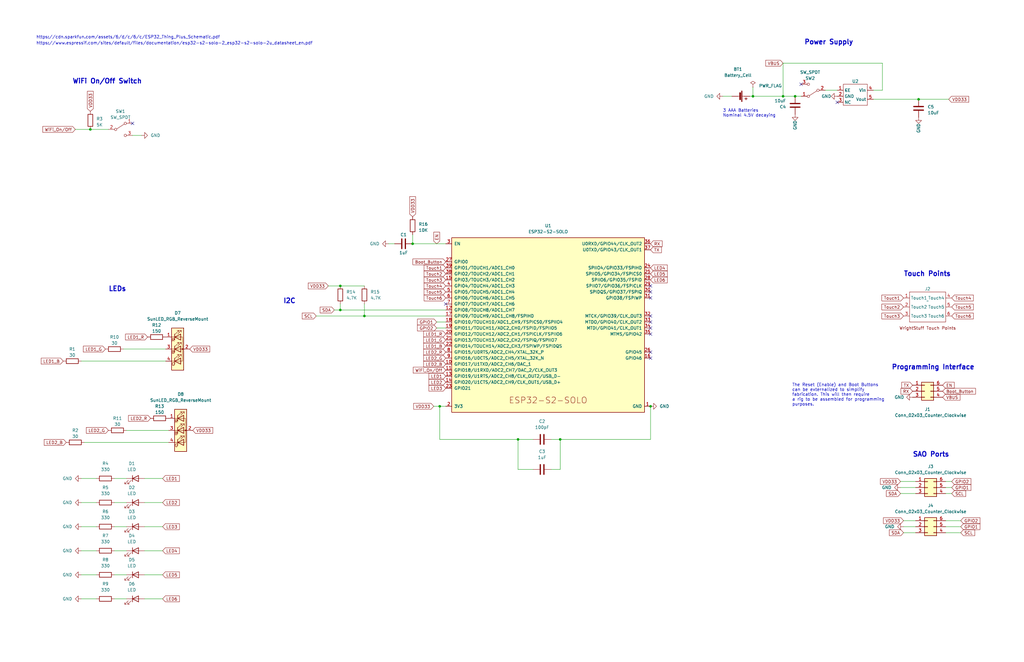
<source format=kicad_sch>
(kicad_sch (version 20230121) (generator eeschema)
  (paper "B")
  (title_block (title "Wright Stuff ") (date "2023-04-01") (rev "v01") (company "Aerospace Village") (comment 1 "2023 Badge for Aerospace Village @ Def Con") (comment 2 "Author: Dan Allen / cybertestpilot"))
  (lib_symbols
    (symbol "Connector_Generic:Conn_02x03_Counter_Clockwise" (pin_names (offset 1.016) hide)
      (property "Reference" "J" (at 1.27 5.08 0))
      (property "Value" "Conn_02x03_Counter_Clockwise" (at 1.27 -5.08 0))
      (symbol "Conn_02x03_Counter_Clockwise_1_1"
        (rectangle (start -1.27 -2.413) (end 0 -2.667) (stroke (width 0.1524)))
        (rectangle (start -1.27 0.127) (end 0 -0.127) (stroke (width 0.1524)))
        (rectangle (start -1.27 2.667) (end 0 2.413) (stroke (width 0.1524)))
        (rectangle (start -1.27 3.81) (end 3.81 -3.81) (stroke (width 0.254)) (fill (type background)))
        (rectangle (start 3.81 -2.413) (end 2.54 -2.667) (stroke (width 0.1524)))
        (rectangle (start 3.81 0.127) (end 2.54 -0.127) (stroke (width 0.1524)))
        (rectangle (start 3.81 2.667) (end 2.54 2.413) (stroke (width 0.1524)))
        (pin passive line (at -5.08 2.54 0) (length 3.81) (name "Pin_1") (number "1"))
        (pin passive line (at -5.08 0 0) (length 3.81) (name "Pin_2") (number "2"))
        (pin passive line (at -5.08 -2.54 0) (length 3.81) (name "Pin_3") (number "3"))
        (pin passive line (at 7.62 -2.54 180) (length 3.81) (name "Pin_4") (number "4"))
        (pin passive line (at 7.62 0 180) (length 3.81) (name "Pin_5") (number "5"))
        (pin passive line (at 7.62 2.54 180) (length 3.81) (name "Pin_6") (number "6"))
      )
    )
    (symbol "Device:Battery_Cell" (pin_numbers hide) (pin_names (offset 0) hide)
      (property "Reference" "BT" (at 2.54 2.54 0))
      (property "Value" "Battery_Cell" (at 2.54 0 0))
      (symbol "Battery_Cell_0_1"
        (rectangle (start -2.286 1.778) (end 2.286 1.524) (fill (type outline)))
        (rectangle (start -1.5748 1.1938) (end 1.4732 0.6858) (fill (type outline)))
        (polyline (pts (xy 0 0.762) (xy 0 0)))
        (polyline (pts (xy 0 1.778) (xy 0 2.54)))
        (polyline (pts (xy 0.508 3.429) (xy 1.524 3.429)) (stroke (width 0.254)))
        (polyline (pts (xy 1.016 3.937) (xy 1.016 2.921)) (stroke (width 0.254)))
      )
      (symbol "Battery_Cell_1_1"
        (pin passive line (at 0 5.08 270) (length 2.54) (name "+") (number "1"))
        (pin passive line (at 0 -2.54 90) (length 2.54) (name "-") (number "2"))
      )
    )
    (symbol "Device:C" (pin_numbers hide) (pin_names (offset 0.254))
      (property "Reference" "C" (at 0.635 2.54 0))
      (property "Value" "C" (at 0.635 -2.54 0))
      (symbol "C_0_1"
        (polyline (pts (xy -2.032 -0.762) (xy 2.032 -0.762)) (stroke (width 0.508)))
        (polyline (pts (xy -2.032 0.762) (xy 2.032 0.762)) (stroke (width 0.508)))
      )
      (symbol "C_1_1"
        (pin passive line (at 0 3.81 270) (length 2.794) (name "~") (number "1"))
        (pin passive line (at 0 -3.81 90) (length 2.794) (name "~") (number "2"))
      )
    )
    (symbol "Device:LED" (pin_numbers hide) (pin_names (offset 1.016) hide)
      (property "Reference" "D" (at 0 2.54 0))
      (property "Value" "LED" (at 0 -2.54 0))
      (symbol "LED_0_1"
        (polyline (pts (xy -1.27 -1.27) (xy -1.27 1.27)) (stroke (width 0.254)))
        (polyline (pts (xy -1.27 0) (xy 1.27 0)))
        (polyline (pts (xy 1.27 -1.27) (xy 1.27 1.27) (xy -1.27 0) (xy 1.27 -1.27)) (stroke (width 0.254)))
        (polyline (pts (xy -3.048 -0.762) (xy -4.572 -2.286) (xy -3.81 -2.286) (xy -4.572 -2.286) (xy -4.572 -1.524)))
        (polyline (pts (xy -1.778 -0.762) (xy -3.302 -2.286) (xy -2.54 -2.286) (xy -3.302 -2.286) (xy -3.302 -1.524)))
      )
      (symbol "LED_1_1"
        (pin passive line (at -3.81 0 0) (length 2.54) (name "K") (number "1"))
        (pin passive line (at 3.81 0 180) (length 2.54) (name "A") (number "2"))
      )
    )
    (symbol "Device:R" (pin_numbers hide) (pin_names (offset 0))
      (property "Reference" "R" (at 2.032 0 90))
      (property "Value" "R" (at 0 0 90))
      (symbol "R_0_1"
        (rectangle (start -1.016 -2.54) (end 1.016 2.54) (stroke (width 0.254)))
      )
      (symbol "R_1_1"
        (pin passive line (at 0 3.81 270) (length 1.27) (name "~") (number "1"))
        (pin passive line (at 0 -3.81 90) (length 1.27) (name "~") (number "2"))
      )
    )
    (symbol "Espressif:ESP32-S2-SOLO" (pin_names (offset 1.016))
      (property "Reference" "U" (at -40.64 45.72 0))
      (property "Value" "ESP32-S2-SOLO" (at -40.64 43.18 0))
      (symbol "ESP32-S2-SOLO_0_1"
        (rectangle (start -40.64 40.64) (end 40.64 -33.02) (stroke (width 0.254)) (fill (type background)))
      )
      (symbol "ESP32-S2-SOLO_1_1"
        (text "ESP32-S2-SOLO" (at 0 -27.94 0) (effects (font (size 2.54 2.54))))
        (pin power_in line (at 43.18 -30.48 180) (length 2.54) (name "GND") (number "1"))
        (pin bidirectional line (at -43.18 -12.7 0) (length 2.54) (name "GPIO17/U1TXD/ADC2_CH6/DAC_1") (number "10"))
        (pin bidirectional line (at -43.18 -15.24 0) (length 2.54) (name "GPIO18/U1RXD/ADC2_CH7/DAC_2/CLK_OUT3") (number "11"))
        (pin bidirectional line (at -43.18 10.16 0) (length 2.54) (name "GPIO8/TOUCH8/ADC1_CH7") (number "12"))
        (pin bidirectional line (at -43.18 -17.78 0) (length 2.54) (name "GPIO19/U1RTS/ADC2_CH8/CLK_OUT2/USB_D-") (number "13"))
        (pin bidirectional line (at -43.18 -20.32 0) (length 2.54) (name "GPIO20/U1CTS/ADC2_CH9/CLK_OUT1/USB_D+") (number "14"))
        (pin bidirectional line (at -43.18 22.86 0) (length 2.54) (name "GPIO3/TOUCH3/ADC1_CH2") (number "15"))
        (pin input line (at 43.18 -10.16 180) (length 2.54) (name "GPIO46") (number "16"))
        (pin bidirectional line (at -43.18 7.62 0) (length 2.54) (name "GPIO9/TOUCH9/ADC1_CH8/FSPIHD") (number "17"))
        (pin bidirectional line (at -43.18 5.08 0) (length 2.54) (name "GPIO10/TOUCH10/ADC1_CH9/FSPICS0/FSPIIO4") (number "18"))
        (pin bidirectional line (at -43.18 2.54 0) (length 2.54) (name "GPIO11/TOUCH11/ADC2_CH0/FSPID/FSPIIO5") (number "19"))
        (pin power_in line (at -43.18 -30.48 0) (length 2.54) (name "3V3") (number "2"))
        (pin bidirectional line (at -43.18 0 0) (length 2.54) (name "GPIO12/TOUCH12/ADC2_CH1/FSPICLK/FSPIIO6") (number "20"))
        (pin bidirectional line (at -43.18 -2.54 0) (length 2.54) (name "GPIO13/TOUCH13/ADC2_CH2/FSPIQ/FSPIIO7") (number "21"))
        (pin bidirectional line (at -43.18 -5.08 0) (length 2.54) (name "GPIO14/TOUCH14/ADC2_CH3/FSPIWP/FSPIDQS") (number "22"))
        (pin bidirectional line (at -43.18 -22.86 0) (length 2.54) (name "GPIO21") (number "23"))
        (pin bidirectional line (at 43.18 27.94 180) (length 2.54) (name "SPIIO4/GPIO33/FSPIHD") (number "24"))
        (pin bidirectional line (at 43.18 25.4 180) (length 2.54) (name "SPIIO5/GPIO34/FSPICS0") (number "25"))
        (pin bidirectional line (at 43.18 -7.62 180) (length 2.54) (name "GPIO45") (number "26"))
        (pin bidirectional line (at -43.18 30.48 0) (length 2.54) (name "GPIO0") (number "27"))
        (pin bidirectional line (at 43.18 22.86 180) (length 2.54) (name "SPIIO6/GPIO35/FSPID") (number "28"))
        (pin bidirectional line (at 43.18 20.32 180) (length 2.54) (name "SPIIO7/GPIO36/FSPICLK") (number "29"))
        (pin bidirectional line (at -43.18 38.1 0) (length 2.54) (name "EN") (number "3"))
        (pin bidirectional line (at 43.18 17.78 180) (length 2.54) (name "SPIDQS/GPIO37/FSPIQ") (number "30"))
        (pin bidirectional line (at 43.18 15.24 180) (length 2.54) (name "GPIO38/FSPIWP") (number "31"))
        (pin bidirectional line (at 43.18 7.62 180) (length 2.54) (name "MTCK/GPIO39/CLK_OUT3") (number "32"))
        (pin bidirectional line (at 43.18 5.08 180) (length 2.54) (name "MTDO/GPIO40/CLK_OUT2") (number "33"))
        (pin bidirectional line (at 43.18 2.54 180) (length 2.54) (name "MTDI/GPIO41/CLK_OUT1") (number "34"))
        (pin bidirectional line (at 43.18 0 180) (length 2.54) (name "MTMS/GPIO42") (number "35"))
        (pin bidirectional line (at 43.18 38.1 180) (length 2.54) (name "U0RXD/GPIO44/CLK_OUT2") (number "36"))
        (pin bidirectional line (at 43.18 35.56 180) (length 2.54) (name "U0TXD/GPIO43/CLK_OUT1") (number "37"))
        (pin bidirectional line (at -43.18 25.4 0) (length 2.54) (name "GPIO2/TOUCH2/ADC1_CH1") (number "38"))
        (pin bidirectional line (at -43.18 27.94 0) (length 2.54) (name "GPIO1/TOUCH1/ADC1_CH0") (number "39"))
        (pin bidirectional line (at -43.18 20.32 0) (length 2.54) (name "GPIO4/TOUCH4/ADC1_CH3") (number "4"))
        (pin passive line (at 43.18 -30.48 180) (length 2.54) hide (name "GND") (number "40"))
        (pin passive line (at 43.18 -30.48 180) (length 2.54) hide (name "GND") (number "41"))
        (pin bidirectional line (at -43.18 17.78 0) (length 2.54) (name "GPIO5/TOUCH5/ADC1_CH4") (number "5"))
        (pin bidirectional line (at -43.18 15.24 0) (length 2.54) (name "GPIO6/TOUCH6/ADC1_CH5") (number "6"))
        (pin bidirectional line (at -43.18 12.7 0) (length 2.54) (name "GPIO7/TOUCH7/ADC1_CH6") (number "7"))
        (pin bidirectional line (at -43.18 -7.62 0) (length 2.54) (name "GPIO15/U0RTS/ADC2_CH4/XTAL_32K_P") (number "8"))
        (pin bidirectional line (at -43.18 -10.16 0) (length 2.54) (name "GPIO16/U0CTS/ADC2_CH5/XTAL_32K_N") (number "9"))
      )
    )
    (symbol "LED:SunLED_RGB_ReverseMount" (pin_names (offset 0) hide)
      (property "Reference" "D" (at 0 10.16 0))
      (property "Value" "SunLED_RGB_ReverseMount" (at 0 -10.16 0))
      (symbol "SunLED_RGB_ReverseMount_0_0"
        (text "B" (at -1.905 -1.27 0) (effects (font (size 1.27 1.27))))
        (text "G" (at -1.905 -6.35 0) (effects (font (size 1.27 1.27))))
        (text "R" (at -1.905 3.81 0) (effects (font (size 1.27 1.27))))
      )
      (symbol "SunLED_RGB_ReverseMount_0_1"
        (rectangle (start -2.54 -8.89) (end 2.54 8.89) (stroke (width 0.254)) (fill (type background)))
        (polyline (pts (xy -2.54 -5.08) (xy 1.27 -5.08)))
        (polyline (pts (xy -1.27 -3.81) (xy -1.27 -6.35)) (stroke (width 0.254)))
        (polyline (pts (xy -1.27 1.27) (xy -1.27 -1.27)) (stroke (width 0.254)))
        (polyline (pts (xy -1.27 6.35) (xy -1.27 3.81)) (stroke (width 0.254)))
        (polyline (pts (xy 1.27 5.08) (xy -2.54 5.08)))
        (polyline (pts (xy 2.54 0) (xy -2.54 0)))
        (polyline (pts (xy 1.27 -5.08) (xy 2.032 -5.08) (xy 2.032 5.08) (xy 1.27 5.08)))
        (polyline (pts (xy 1.27 -3.81) (xy 1.27 -6.35) (xy -1.27 -5.08) (xy 1.27 -3.81)) (stroke (width 0.254)))
        (polyline (pts (xy 1.27 1.27) (xy 1.27 -1.27) (xy -1.27 0) (xy 1.27 1.27)) (stroke (width 0.254)))
        (polyline (pts (xy 1.27 6.35) (xy 1.27 3.81) (xy -1.27 5.08) (xy 1.27 6.35)) (stroke (width 0.254)))
        (polyline (pts (xy -1.016 -3.81) (xy 0.508 -2.286) (xy -0.254 -2.286) (xy 0.508 -2.286) (xy 0.508 -3.048)))
        (polyline (pts (xy -1.016 1.27) (xy 0.508 2.794) (xy -0.254 2.794) (xy 0.508 2.794) (xy 0.508 2.032)))
        (polyline (pts (xy -1.016 6.35) (xy 0.508 7.874) (xy -0.254 7.874) (xy 0.508 7.874) (xy 0.508 7.112)))
        (polyline (pts (xy 0 -3.81) (xy 1.524 -2.286) (xy 0.762 -2.286) (xy 1.524 -2.286) (xy 1.524 -3.048)))
        (polyline (pts (xy 0 1.27) (xy 1.524 2.794) (xy 0.762 2.794) (xy 1.524 2.794) (xy 1.524 2.032)))
        (polyline (pts (xy 0 6.35) (xy 1.524 7.874) (xy 0.762 7.874) (xy 1.524 7.874) (xy 1.524 7.112)))
        (rectangle (start 1.27 6.35) (end 1.27 6.35))
        (circle (center 2.032 0) (radius 0.254) (fill (type outline)))
      )
      (symbol "SunLED_RGB_ReverseMount_1_1"
        (pin input line (at -5.08 5.08 0) (length 2.54) (name "R") (number "1"))
        (pin power_in line (at 5.08 0 180) (length 2.54) (name "A") (number "2"))
        (pin input line (at -5.08 0 0) (length 2.54) (name "G") (number "3"))
        (pin input line (at -5.08 -5.08 0) (length 2.54) (name "B") (number "4"))
      )
    )
    (symbol "Switch:SW_SPDT" (pin_names (offset 0) hide)
      (property "Reference" "SW" (at 0 4.318 0))
      (property "Value" "SW_SPDT" (at 0 -5.08 0))
      (symbol "SW_SPDT_0_0"
        (circle (center -2.032 0) (radius 0.508))
        (circle (center 2.032 -2.54) (radius 0.508))
      )
      (symbol "SW_SPDT_0_1"
        (polyline (pts (xy -1.524 0.254) (xy 1.651 2.286)))
        (circle (center 2.032 2.54) (radius 0.508))
      )
      (symbol "SW_SPDT_1_1"
        (pin passive line (at 5.08 2.54 180) (length 2.54) (name "A") (number "1"))
        (pin passive line (at -5.08 0 0) (length 2.54) (name "B") (number "2"))
        (pin passive line (at 5.08 -2.54 180) (length 2.54) (name "C") (number "3"))
      )
    )
    (symbol "WrightStuff:WrightStuff"
      (property "Reference" "J" (at 0 5.08 0))
      (symbol "WrightStuff_0_1"
        (rectangle (start -7.62 3.81) (end 7.62 -8.89))
      )
      (symbol "WrightStuff_1_1"
        (text "WrightStuff Touch Points" (at 0 -11.43 0) (effects (font (size 1.27 1.27))))
        (pin passive line (at -10.16 1.27 0) (length 2.54) (name "Touch1") (number "1"))
        (pin passive line (at -10.16 -2.54 0) (length 2.54) (name "Touch2") (number "2"))
        (pin passive line (at -10.16 -6.35 0) (length 2.54) (name "Touch3") (number "3"))
        (pin passive line (at 10.16 1.27 180) (length 2.54) (name "Touch4") (number "4"))
        (pin passive line (at 10.16 -2.54 180) (length 2.54) (name "Touch5") (number "5"))
        (pin passive line (at 10.16 -6.35 180) (length 2.54) (name "Touch6") (number "6"))
      )
    )
    (symbol "av_Badge2023:R1170H331B-T1-FE"
      (property "Reference" "U" (at 0 7.62 0))
      (symbol "R1170H331B-T1-FE_0_1"
        (rectangle (start -5.08 5.08) (end 5.08 -3.81))
      )
      (symbol "R1170H331B-T1-FE_1_1"
        (pin input line (at -7.62 2.54 0) (length 2.54) (name "CE") (number "1"))
        (pin input line (at -7.62 0 0) (length 2.54) (name "GND") (number "2"))
        (pin input line (at -7.62 -2.54 0) (length 2.54) (name "NC") (number "3"))
        (pin input line (at 7.62 2.54 180) (length 2.54) (name "Vin") (number "4"))
        (pin input line (at 7.62 -1.27 180) (length 2.54) (name "Vout") (number "5"))
      )
    )
    (symbol "power:GND" (power) (pin_names (offset 0))
      (property "Value" "GND" (at 0 -3.81 0))
      (symbol "GND_0_1"
        (polyline (pts (xy 0 0) (xy 0 -1.27) (xy 1.27 -1.27) (xy 0 -2.54) (xy -1.27 -1.27) (xy 0 -1.27)))
      )
      (symbol "GND_1_1"
        (pin power_in line (at 0 0 270) (length 0) hide (name "GND") (number "1"))
      )
    )
    (symbol "power:PWR_FLAG" (power) (pin_numbers hide) (pin_names (offset 0) hide)
      (property "Value" "PWR_FLAG" (at 0 3.81 0))
      (symbol "PWR_FLAG_0_0"
        (pin power_out line (at 0 0 90) (length 0) (name "pwr") (number "1"))
      )
      (symbol "PWR_FLAG_0_1"
        (polyline (pts (xy 0 0) (xy 0 1.27) (xy -1.016 1.905) (xy 0 2.54) (xy 1.016 1.905) (xy 0 1.27)))
      )
    )
  )
  (junction (at 143.51 130.81))
  (junction (at 236.22 185.42))
  (junction (at 387.35 41.91))
  (junction (at 317.5 40.64))
  (junction (at 330.2 40.64))
  (junction (at 173.99 102.87))
  (junction (at 218.44 185.42))
  (junction (at 38.1 54.61))
  (junction (at 143.51 120.65))
  (junction (at 335.28 40.64))
  (junction (at 274.32 171.45))
  (junction (at 185.42 171.45))
  (junction (at 153.67 133.35))
  (no_connect (at 337.82 35.56))
  (no_connect (at 187.96 128.27))
  (no_connect (at 274.32 140.97))
  (no_connect (at 274.32 151.13))
  (no_connect (at 353.06 43.18))
  (no_connect (at 274.32 138.43))
  (no_connect (at 274.32 135.89))
  (no_connect (at 274.32 133.35))
  (no_connect (at 274.32 125.73))
  (no_connect (at 274.32 123.19))
  (no_connect (at 274.32 120.65))
  (no_connect (at 55.88 52.07))
  (no_connect (at 274.32 148.59))
  (wire (pts (xy 60.96 242.57) (xy 68.58 242.57)))
  (wire (pts (xy 398.78 208.28) (xy 401.32 208.28)))
  (wire (pts (xy 368.3 38.1) (xy 372.11 38.1)))
  (wire (pts (xy 153.67 133.35) (xy 187.96 133.35)))
  (wire (pts (xy 34.29 232.41) (xy 40.64 232.41)))
  (wire (pts (xy 133.35 133.35) (xy 153.67 133.35)))
  (wire (pts (xy 398.78 205.74) (xy 401.32 205.74)))
  (wire (pts (xy 34.29 242.57) (xy 40.64 242.57)))
  (wire (pts (xy 53.34 181.61) (xy 71.12 181.61)))
  (wire (pts (xy 34.29 252.73) (xy 40.64 252.73)))
  (wire (pts (xy 317.5 36.83) (xy 317.5 40.64)))
  (wire (pts (xy 163.83 102.87) (xy 166.37 102.87)))
  (wire (pts (xy 185.42 171.45) (xy 187.96 171.45)))
  (wire (pts (xy 48.26 201.93) (xy 53.34 201.93)))
  (wire (pts (xy 153.67 128.27) (xy 153.67 133.35)))
  (wire (pts (xy 379.73 203.2) (xy 386.08 203.2)))
  (wire (pts (xy 48.26 222.25) (xy 53.34 222.25)))
  (wire (pts (xy 34.29 201.93) (xy 40.64 201.93)))
  (wire (pts (xy 140.97 130.81) (xy 143.51 130.81)))
  (wire (pts (xy 372.11 26.67) (xy 372.11 38.1)))
  (wire (pts (xy 330.2 26.67) (xy 372.11 26.67)))
  (wire (pts (xy 184.15 138.43) (xy 187.96 138.43)))
  (wire (pts (xy 379.73 208.28) (xy 386.08 208.28)))
  (wire (pts (xy 330.2 40.64) (xy 335.28 40.64)))
  (wire (pts (xy 182.88 171.45) (xy 185.42 171.45)))
  (wire (pts (xy 274.32 185.42) (xy 274.32 171.45)))
  (wire (pts (xy 48.26 252.73) (xy 53.34 252.73)))
  (wire (pts (xy 34.29 152.4) (xy 69.85 152.4)))
  (wire (pts (xy 35.56 186.69) (xy 71.12 186.69)))
  (wire (pts (xy 218.44 198.12) (xy 218.44 185.42)))
  (wire (pts (xy 304.8 40.64) (xy 308.61 40.64)))
  (wire (pts (xy 185.42 185.42) (xy 218.44 185.42)))
  (wire (pts (xy 173.99 102.87) (xy 187.96 102.87)))
  (wire (pts (xy 60.96 201.93) (xy 68.58 201.93)))
  (wire (pts (xy 236.22 198.12) (xy 232.41 198.12)))
  (wire (pts (xy 379.73 205.74) (xy 386.08 205.74)))
  (wire (pts (xy 185.42 171.45) (xy 185.42 185.42)))
  (wire (pts (xy 368.3 41.91) (xy 387.35 41.91)))
  (wire (pts (xy 184.15 135.89) (xy 187.96 135.89)))
  (wire (pts (xy 398.78 203.2) (xy 401.32 203.2)))
  (wire (pts (xy 330.2 40.64) (xy 330.2 26.67)))
  (wire (pts (xy 316.23 40.64) (xy 317.5 40.64)))
  (wire (pts (xy 138.43 120.65) (xy 143.51 120.65)))
  (wire (pts (xy 60.96 222.25) (xy 68.58 222.25)))
  (wire (pts (xy 52.07 147.32) (xy 69.85 147.32)))
  (wire (pts (xy 398.78 222.25) (xy 405.13 222.25)))
  (wire (pts (xy 34.29 212.09) (xy 40.64 212.09)))
  (wire (pts (xy 381 219.71) (xy 386.08 219.71)))
  (wire (pts (xy 48.26 232.41) (xy 53.34 232.41)))
  (wire (pts (xy 143.51 120.65) (xy 153.67 120.65)))
  (wire (pts (xy 381 222.25) (xy 386.08 222.25)))
  (wire (pts (xy 55.88 57.15) (xy 59.69 57.15)))
  (wire (pts (xy 60.96 252.73) (xy 68.58 252.73)))
  (wire (pts (xy 236.22 185.42) (xy 236.22 198.12)))
  (wire (pts (xy 381 224.79) (xy 386.08 224.79)))
  (wire (pts (xy 347.98 38.1) (xy 353.06 38.1)))
  (wire (pts (xy 398.78 224.79) (xy 405.13 224.79)))
  (wire (pts (xy 60.96 232.41) (xy 68.58 232.41)))
  (wire (pts (xy 31.75 54.61) (xy 38.1 54.61)))
  (wire (pts (xy 173.99 99.06) (xy 173.99 102.87)))
  (wire (pts (xy 387.35 41.91) (xy 400.05 41.91)))
  (wire (pts (xy 60.96 212.09) (xy 68.58 212.09)))
  (wire (pts (xy 48.26 242.57) (xy 53.34 242.57)))
  (wire (pts (xy 398.78 219.71) (xy 405.13 219.71)))
  (wire (pts (xy 317.5 40.64) (xy 330.2 40.64)))
  (wire (pts (xy 337.82 40.64) (xy 335.28 40.64)))
  (wire (pts (xy 48.26 212.09) (xy 53.34 212.09)))
  (wire (pts (xy 143.51 128.27) (xy 143.51 130.81)))
  (wire (pts (xy 218.44 185.42) (xy 224.79 185.42)))
  (wire (pts (xy 232.41 185.42) (xy 236.22 185.42)))
  (wire (pts (xy 34.29 222.25) (xy 40.64 222.25)))
  (wire (pts (xy 236.22 185.42) (xy 274.32 185.42)))
  (wire (pts (xy 224.79 198.12) (xy 218.44 198.12)))
  (wire (pts (xy 38.1 54.61) (xy 45.72 54.61)))
  (wire (pts (xy 143.51 130.81) (xy 187.96 130.81)))
  (text "LEDs" (at 45.72 123.19 0) (effects (font (size 2 2) (thickness 0.4) bold) (justify left bottom)))
  (text "3 AAA Batteries\nNominal 4.5V decaying" (at 304.8 49.53 0) (effects (font (size 1.27 1.27)) (justify left bottom)))
  (text "WiFi On/Off Switch" (at 30.48 35.56 0) (effects (font (size 2 2) (thickness 0.4) bold) (justify left bottom)))
  (text "I2C" (at 119.38 128.27 0) (effects (font (size 2 2) bold) (justify left bottom)))
  (text "Touch Points" (at 381 116.84 0) (effects (font (size 2 2) (thickness 0.4) bold) (justify left bottom)))
  (text "https://www.espressif.com/sites/default/files/documentation/esp32-s2-solo-2_esp32-s2-solo-2u_datasheet_en.pdf" (at 15.24 19.05 0) (effects (font (size 1.27 1.27)) (justify left bottom)))
  (text "Programming Interface" (at 375.92 156.21 0) (effects (font (size 2 2) bold) (justify left bottom)))
  (text "https://cdn.sparkfun.com/assets/6/d/c/6/c/ESP32_Thing_Plus_Schematic.pdf" (at 15.24 16.51 0) (effects (font (size 1.27 1.27)) (justify left bottom)))
  (text "Power Supply" (at 339.09 19.05 0) (effects (font (size 2 2) (thickness 0.4) bold) (justify left bottom)))
  (text "SAO Ports" (at 384.81 193.04 0) (effects (font (size 2 2) (thickness 0.4) bold) (justify left bottom)))
  (text "The Reset (Enable) and Boot Buttons \ncan be externalized to simplify \nfabrication. This will then require\na rig to be assembled for programming\npurposes." (at 334.01 171.45 0) (effects (font (size 1.27 1.27)) (justify left bottom)))
  (global_label "VDD33" (shape input) (at 138.43 120.65 180) (property "Intersheetrefs" "${INTERSHEET_REFS}" (effects hide)))
  (global_label "LED1_R" (shape input) (at 62.23 142.24 180) (property "Intersheetrefs" "${INTERSHEET_REFS}" (effects hide)))
  (global_label "TX" (shape input) (at 384.81 162.56 180) (property "Intersheetrefs" "${INTERSHEET_REFS}" (effects hide)))
  (global_label "SCL" (shape input) (at 405.13 224.79 0) (property "Intersheetrefs" "${INTERSHEET_REFS}" (effects hide)))
  (global_label "SDA" (shape input) (at 379.73 208.28 180) (property "Intersheetrefs" "${INTERSHEET_REFS}" (effects hide)))
  (global_label "GPIO2" (shape input) (at 184.15 138.43 180) (property "Intersheetrefs" "${INTERSHEET_REFS}" (effects hide)))
  (global_label "VBUS" (shape input) (at 397.51 167.64 0) (property "Intersheetrefs" "${INTERSHEET_REFS}" (effects hide)))
  (global_label "Boot_Button" (shape input) (at 397.51 165.1 0) (property "Intersheetrefs" "${INTERSHEET_REFS}" (effects hide)))
  (global_label "LED1_R" (shape input) (at 187.96 140.97 180) (property "Intersheetrefs" "${INTERSHEET_REFS}" (effects hide)))
  (global_label "LED5" (shape input) (at 274.32 115.57 0) (property "Intersheetrefs" "${INTERSHEET_REFS}" (effects hide)))
  (global_label "LED6" (shape input) (at 274.32 118.11 0) (property "Intersheetrefs" "${INTERSHEET_REFS}" (effects hide)))
  (global_label "GPIO2" (shape input) (at 405.13 219.71 0) (property "Intersheetrefs" "${INTERSHEET_REFS}" (effects hide)))
  (global_label "LED2_B" (shape input) (at 187.96 153.67 180) (property "Intersheetrefs" "${INTERSHEET_REFS}" (effects hide)))
  (global_label "LED1_G" (shape input) (at 187.96 143.51 180) (property "Intersheetrefs" "${INTERSHEET_REFS}" (effects hide)))
  (global_label "Touch2" (shape input) (at 187.96 115.57 180) (property "Intersheetrefs" "${INTERSHEET_REFS}" (effects hide)))
  (global_label "Boot_Button" (shape input) (at 187.96 110.49 180) (property "Intersheetrefs" "${INTERSHEET_REFS}" (effects hide)))
  (global_label "LED4" (shape input) (at 274.32 113.03 0) (property "Intersheetrefs" "${INTERSHEET_REFS}" (effects hide)))
  (global_label "LED1_B" (shape input) (at 187.96 146.05 180) (property "Intersheetrefs" "${INTERSHEET_REFS}" (effects hide)))
  (global_label "VDD33" (shape input) (at 182.88 171.45 180) (property "Intersheetrefs" "${INTERSHEET_REFS}" (effects hide)))
  (global_label "VBUS" (shape input) (at 330.2 26.67 180) (property "Intersheetrefs" "${INTERSHEET_REFS}" (effects hide)))
  (global_label "GPIO2" (shape input) (at 401.32 203.2 0) (property "Intersheetrefs" "${INTERSHEET_REFS}" (effects hide)))
  (global_label "Touch6" (shape input) (at 187.96 125.73 180) (property "Intersheetrefs" "${INTERSHEET_REFS}" (effects hide)))
  (global_label "LED6" (shape input) (at 68.58 252.73 0) (property "Intersheetrefs" "${INTERSHEET_REFS}" (effects hide)))
  (global_label "Touch5" (shape input) (at 401.32 129.54 0) (property "Intersheetrefs" "${INTERSHEET_REFS}" (effects hide)))
  (global_label "VDD33" (shape input) (at 81.28 181.61 0) (property "Intersheetrefs" "${INTERSHEET_REFS}" (effects hide)))
  (global_label "Touch6" (shape input) (at 401.32 133.35 0) (property "Intersheetrefs" "${INTERSHEET_REFS}" (effects hide)))
  (global_label "Touch4" (shape input) (at 187.96 120.65 180) (property "Intersheetrefs" "${INTERSHEET_REFS}" (effects hide)))
  (global_label "LED2" (shape input) (at 68.58 212.09 0) (property "Intersheetrefs" "${INTERSHEET_REFS}" (effects hide)))
  (global_label "LED2_R" (shape input) (at 63.5 176.53 180) (property "Intersheetrefs" "${INTERSHEET_REFS}" (effects hide)))
  (global_label "Touch4" (shape input) (at 401.32 125.73 0) (property "Intersheetrefs" "${INTERSHEET_REFS}" (effects hide)))
  (global_label "GPIO1" (shape input) (at 401.32 205.74 0) (property "Intersheetrefs" "${INTERSHEET_REFS}" (effects hide)))
  (global_label "RX" (shape input) (at 384.81 165.1 180) (property "Intersheetrefs" "${INTERSHEET_REFS}" (effects hide)))
  (global_label "LED3" (shape input) (at 187.96 163.83 180) (property "Intersheetrefs" "${INTERSHEET_REFS}" (effects hide)))
  (global_label "WiFi_On{slash}Off" (shape input) (at 187.96 156.21 180) (property "Intersheetrefs" "${INTERSHEET_REFS}" (effects hide)))
  (global_label "LED3" (shape input) (at 68.58 222.25 0) (property "Intersheetrefs" "${INTERSHEET_REFS}" (effects hide)))
  (global_label "LED2_R" (shape input) (at 187.96 148.59 180) (property "Intersheetrefs" "${INTERSHEET_REFS}" (effects hide)))
  (global_label "SCL" (shape input) (at 401.32 208.28 0) (property "Intersheetrefs" "${INTERSHEET_REFS}" (effects hide)))
  (global_label "Touch1" (shape input) (at 381 125.73 180) (property "Intersheetrefs" "${INTERSHEET_REFS}" (effects hide)))
  (global_label "Touch5" (shape input) (at 187.96 123.19 180) (property "Intersheetrefs" "${INTERSHEET_REFS}" (effects hide)))
  (global_label "SDA" (shape input) (at 381 224.79 180) (property "Intersheetrefs" "${INTERSHEET_REFS}" (effects hide)))
  (global_label "LED1_G" (shape input) (at 44.45 147.32 180) (property "Intersheetrefs" "${INTERSHEET_REFS}" (effects hide)))
  (global_label "EN" (shape input) (at 397.51 162.56 0) (property "Intersheetrefs" "${INTERSHEET_REFS}" (effects hide)))
  (global_label "TX" (shape input) (at 274.32 105.41 0) (property "Intersheetrefs" "${INTERSHEET_REFS}" (effects hide)))
  (global_label "VDD33" (shape input) (at 173.99 91.44 90) (property "Intersheetrefs" "${INTERSHEET_REFS}" (effects hide)))
  (global_label "VDD33" (shape input) (at 400.05 41.91 0) (property "Intersheetrefs" "${INTERSHEET_REFS}" (effects hide)))
  (global_label "VDD33" (shape input) (at 80.01 147.32 0) (property "Intersheetrefs" "${INTERSHEET_REFS}" (effects hide)))
  (global_label "VDD33" (shape input) (at 381 219.71 180) (property "Intersheetrefs" "${INTERSHEET_REFS}" (effects hide)))
  (global_label "LED2_G" (shape input) (at 187.96 151.13 180) (property "Intersheetrefs" "${INTERSHEET_REFS}" (effects hide)))
  (global_label "SDA" (shape input) (at 140.97 130.81 180) (property "Intersheetrefs" "${INTERSHEET_REFS}" (effects hide)))
  (global_label "LED4" (shape input) (at 68.58 232.41 0) (property "Intersheetrefs" "${INTERSHEET_REFS}" (effects hide)))
  (global_label "VDD33" (shape input) (at 38.1 46.99 90) (property "Intersheetrefs" "${INTERSHEET_REFS}" (effects hide)))
  (global_label "Touch3" (shape input) (at 187.96 118.11 180) (property "Intersheetrefs" "${INTERSHEET_REFS}" (effects hide)))
  (global_label "LED2_B" (shape input) (at 27.94 186.69 180) (property "Intersheetrefs" "${INTERSHEET_REFS}" (effects hide)))
  (global_label "LED2_G" (shape input) (at 45.72 181.61 180) (property "Intersheetrefs" "${INTERSHEET_REFS}" (effects hide)))
  (global_label "GPIO1" (shape input) (at 405.13 222.25 0) (property "Intersheetrefs" "${INTERSHEET_REFS}" (effects hide)))
  (global_label "LED5" (shape input) (at 68.58 242.57 0) (property "Intersheetrefs" "${INTERSHEET_REFS}" (effects hide)))
  (global_label "WiFi_On{slash}Off" (shape input) (at 31.75 54.61 180) (property "Intersheetrefs" "${INTERSHEET_REFS}" (effects hide)))
  (global_label "SCL" (shape input) (at 133.35 133.35 180) (property "Intersheetrefs" "${INTERSHEET_REFS}" (effects hide)))
  (global_label "LED1_B" (shape input) (at 26.67 152.4 180) (property "Intersheetrefs" "${INTERSHEET_REFS}" (effects hide)))
  (global_label "Touch1" (shape input) (at 187.96 113.03 180) (property "Intersheetrefs" "${INTERSHEET_REFS}" (effects hide)))
  (global_label "Touch3" (shape input) (at 381 133.35 180) (property "Intersheetrefs" "${INTERSHEET_REFS}" (effects hide)))
  (global_label "EN" (shape input) (at 184.15 102.87 90) (property "Intersheetrefs" "${INTERSHEET_REFS}" (effects hide)))
  (global_label "LED1" (shape input) (at 68.58 201.93 0) (property "Intersheetrefs" "${INTERSHEET_REFS}" (effects hide)))
  (global_label "LED2" (shape input) (at 187.96 161.29 180) (property "Intersheetrefs" "${INTERSHEET_REFS}" (effects hide)))
  (global_label "VDD33" (shape input) (at 379.73 203.2 180) (property "Intersheetrefs" "${INTERSHEET_REFS}" (effects hide)))
  (global_label "LED1" (shape input) (at 187.96 158.75 180) (property "Intersheetrefs" "${INTERSHEET_REFS}" (effects hide)))
  (global_label "RX" (shape input) (at 274.32 102.87 0) (property "Intersheetrefs" "${INTERSHEET_REFS}" (effects hide)))
  (global_label "GPIO1" (shape input) (at 184.15 135.89 180) (property "Intersheetrefs" "${INTERSHEET_REFS}" (effects hide)))
  (global_label "Touch2" (shape input) (at 381 129.54 180) (property "Intersheetrefs" "${INTERSHEET_REFS}" (effects hide)))
  (symbol (lib_id "Device:R") (at 44.45 242.57 270) (unit 1)
    (property "Reference" "R8" (at 44.45 236.22 90))
    (property "Value" "330" (at 44.45 238.76 90))
    (property "Footprint" "Resistor_SMD:R_0805_2012Metric_Pad1.20x1.40mm_HandSolder" (effects hide))
  )
  (symbol (lib_id "power:GND") (at 274.32 171.45 90) (unit 1)
    (property "Reference" "#PWR09" (effects hide))
    (property "Value" "GND" (at 278.13 171.4499 90) (effects (justify right)))
  )
  (symbol (lib_id "Device:R") (at 49.53 181.61 90) (unit 1)
    (property "Reference" "R11" (at 49.53 176.53 90))
    (property "Value" "30" (at 49.53 179.07 90))
  )
  (symbol (lib_id "Device:C") (at 170.18 102.87 90) (unit 1)
    (property "Reference" "C1" (at 170.18 99.06 90))
    (property "Value" "1uF" (at 170.18 106.68 90))
    (property "Footprint" "Capacitor_SMD:C_0805_2012Metric_Pad1.18x1.45mm_HandSolder" (effects hide))
  )
  (symbol (lib_id "Device:R") (at 153.67 124.46 0) (unit 1)
    (property "Reference" "R15" (at 156.21 123.1899 0) (effects (justify left)))
    (property "Value" "4.7K" (at 156.21 125.7299 0) (effects (justify left)))
    (property "Footprint" "Resistor_SMD:R_0805_2012Metric_Pad1.20x1.40mm_HandSolder" (effects hide))
  )
  (symbol (lib_id "Device:C") (at 387.35 45.72 0) (unit 1)
    (property "Reference" "C5" (at 391.16 45.085 0) (effects (justify left)))
    (property "Value" "10uF" (at 391.16 47.625 0) (effects (justify left)))
  )
  (symbol (lib_id "Device:R") (at 44.45 212.09 270) (unit 1)
    (property "Reference" "R5" (at 44.45 205.74 90))
    (property "Value" "330" (at 44.45 208.28 90))
    (property "Footprint" "Resistor_SMD:R_0805_2012Metric_Pad1.20x1.40mm_HandSolder" (effects hide))
  )
  (symbol (lib_id "power:GND") (at 387.35 49.53 0) (unit 1)
    (property "Reference" "#PWR016" (effects hide))
    (property "Value" "GND" (at 387.35 52.07 90) (effects (justify right)))
  )
  (symbol (lib_id "Device:R") (at 44.45 222.25 270) (unit 1)
    (property "Reference" "R6" (at 44.45 215.9 90))
    (property "Value" "330" (at 44.45 218.44 90))
    (property "Footprint" "Resistor_SMD:R_0805_2012Metric_Pad1.20x1.40mm_HandSolder" (effects hide))
  )
  (symbol (lib_id "Device:Battery_Cell") (at 311.15 40.64 270) (unit 1)
    (property "Reference" "BT1" (at 311.15 29.21 90))
    (property "Value" "Battery_Cell" (at 311.15 31.75 90))
    (property "Footprint" "2479_battery_holder:2479" (effects hide))
  )
  (symbol (lib_id "power:GND") (at 353.06 40.64 270) (unit 1)
    (property "Reference" "#PWR012" (effects hide))
    (property "Value" "GND" (at 350.52 40.64 90) (effects (justify right)))
  )
  (symbol (lib_id "WrightStuff:WrightStuff") (at 391.16 127 0) (unit 1)
    (property "Reference" "J2" (at 391.16 121.92 0))
    (property "Value" "~" (at 391.16 127 0))
    (property "Footprint" "Badge_Libraries:Wright X2" (effects hide))
  )
  (symbol (lib_id "power:GND") (at 335.28 48.26 0) (unit 1)
    (property "Reference" "#PWR011" (effects hide))
    (property "Value" "GND" (at 335.28 50.8 90) (effects (justify right)))
  )
  (symbol (lib_id "Device:R") (at 31.75 186.69 90) (unit 1)
    (property "Reference" "R2" (at 31.75 181.61 90))
    (property "Value" "30" (at 31.75 184.15 90))
  )
  (symbol (lib_id "Device:R") (at 44.45 232.41 270) (unit 1)
    (property "Reference" "R7" (at 44.45 226.06 90))
    (property "Value" "330" (at 44.45 228.6 90))
    (property "Footprint" "Resistor_SMD:R_0805_2012Metric_Pad1.20x1.40mm_HandSolder" (effects hide))
  )
  (symbol (lib_id "Switch:SW_SPDT") (at 342.9 38.1 180) (unit 1)
    (property "Reference" "SW2" (at 341.63 33.02 0))
    (property "Value" "SW_SPDT" (at 341.63 30.48 0))
    (property "Footprint" "aerospace_badge:switch_JS202011SCQN" (effects hide))
  )
  (symbol (lib_id "Device:LED") (at 57.15 232.41 0) (unit 1)
    (property "Reference" "D4" (at 55.5625 226.06 0))
    (property "Value" "LED" (at 55.5625 228.6 0))
    (property "Footprint" "LED_SMD:LED_1206_3216Metric_ReverseMount_Hole1.8x2.4mm" (effects hide))
  )
  (symbol (lib_id "power:GND") (at 163.83 102.87 270) (unit 1)
    (property "Reference" "#PWR08" (effects hide))
    (property "Value" "GND" (at 160.02 102.8699 90) (effects (justify right)))
  )
  (symbol (lib_id "Switch:SW_SPDT") (at 50.8 54.61 0) (unit 1)
    (property "Reference" "SW1" (at 50.8 46.99 0))
    (property "Value" "SW_SPDT" (at 50.8 49.53 0))
    (property "Footprint" "aerospace_badge:switch_JS202011SCQN" (effects hide))
  )
  (symbol (lib_id "Device:R") (at 48.26 147.32 90) (unit 1)
    (property "Reference" "R10" (at 48.26 142.24 90))
    (property "Value" "30" (at 48.26 144.78 90))
  )
  (symbol (lib_id "power:GND") (at 59.69 57.15 90) (unit 1)
    (property "Reference" "#PWR07" (effects hide))
    (property "Value" "GND" (at 63.5 57.1499 90) (effects (justify right)))
  )
  (symbol (lib_id "Device:LED") (at 57.15 201.93 0) (unit 1)
    (property "Reference" "D1" (at 55.5625 195.58 0))
    (property "Value" "LED" (at 55.5625 198.12 0))
    (property "Footprint" "LED_SMD:LED_1206_3216Metric_ReverseMount_Hole1.8x2.4mm" (effects hide))
  )
  (symbol (lib_id "Device:C") (at 228.6 198.12 90) (unit 1)
    (property "Reference" "C3" (at 228.6 190.5 90))
    (property "Value" "1uF" (at 228.6 193.04 90))
    (property "Footprint" "Capacitor_SMD:C_0805_2012Metric_Pad1.18x1.45mm_HandSolder" (effects hide))
  )
  (symbol (lib_id "Device:R") (at 38.1 50.8 0) (unit 1)
    (property "Reference" "R3" (at 40.64 50.165 0) (effects (justify left)))
    (property "Value" "5K" (at 40.64 52.705 0) (effects (justify left)))
    (property "Footprint" "Resistor_SMD:R_0805_2012Metric_Pad1.20x1.40mm_HandSolder" (effects hide))
  )
  (symbol (lib_id "Device:R") (at 44.45 252.73 270) (unit 1)
    (property "Reference" "R9" (at 44.45 246.38 90))
    (property "Value" "330" (at 44.45 248.92 90))
    (property "Footprint" "Resistor_SMD:R_0805_2012Metric_Pad1.20x1.40mm_HandSolder" (effects hide))
  )
  (symbol (lib_id "Connector_Generic:Conn_02x03_Counter_Clockwise") (at 391.16 205.74 0) (unit 1)
    (property "Reference" "J3" (at 392.43 196.85 0))
    (property "Value" "Conn_02x03_Counter_Clockwise" (at 392.43 199.39 0))
    (property "Footprint" "aerospace_badge:sao_1.69" (effects hide))
  )
  (symbol (lib_id "Device:C") (at 335.28 44.45 180) (unit 1)
    (property "Reference" "C4" (at 331.47 45.085 0) (effects (justify left)))
    (property "Value" "10uF" (at 331.47 42.545 0) (effects (justify left)))
  )
  (symbol (lib_id "power:GND") (at 304.8 40.64 270) (unit 1)
    (property "Reference" "#PWR010" (effects hide))
    (property "Value" "GND" (at 300.99 40.6399 90) (effects (justify right)))
  )
  (symbol (lib_id "power:GND") (at 34.29 242.57 270) (unit 1)
    (property "Reference" "#PWR05" (effects hide))
    (property "Value" "GND" (at 30.48 242.5699 90) (effects (justify right)))
  )
  (symbol (lib_id "Device:R") (at 66.04 142.24 90) (unit 1)
    (property "Reference" "R12" (at 66.04 137.16 90))
    (property "Value" "150" (at 66.04 139.7 90))
  )
  (symbol (lib_id "power:PWR_FLAG") (at 317.5 36.83 0) (unit 1)
    (property "Reference" "#FLG01" (effects hide))
    (property "Value" "PWR_FLAG" (at 320.04 36.195 0) (effects (justify left)))
  )
  (symbol (lib_id "Connector_Generic:Conn_02x03_Counter_Clockwise") (at 389.89 165.1 0) (unit 1)
    (property "Reference" "J1" (at 391.16 172.72 0))
    (property "Value" "Conn_02x03_Counter_Clockwise" (at 392.43 175.26 0))
    (property "Footprint" "aerospace_badge:esp32_programming_connector" (effects hide))
  )
  (symbol (lib_id "Device:R") (at 143.51 124.46 0) (unit 1)
    (property "Reference" "R14" (at 146.05 123.1899 0) (effects (justify left)))
    (property "Value" "4.7K" (at 146.05 125.7299 0) (effects (justify left)))
    (property "Footprint" "Resistor_SMD:R_0805_2012Metric_Pad1.20x1.40mm_HandSolder" (effects hide))
  )
  (symbol (lib_id "power:GND") (at 34.29 212.09 270) (unit 1)
    (property "Reference" "#PWR02" (effects hide))
    (property "Value" "GND" (at 30.48 212.0899 90) (effects (justify right)))
  )
  (symbol (lib_id "LED:SunLED_RGB_ReverseMount") (at 74.93 147.32 0) (unit 1)
    (property "Reference" "D7" (at 74.93 132.08 0))
    (property "Value" "SunLED_RGB_ReverseMount" (at 74.93 134.62 0))
    (property "Footprint" "LED_SMD:LED_Kingbright_APFA3010_3x1.5mm_Horizontal" (effects hide))
    (property "Datasheet" "http://www.kingbrightusa.com/images/catalog/SPEC/APFA3010LSEEZGKQBKC.pdf" (effects hide))
  )
  (symbol (lib_id "Device:LED") (at 57.15 252.73 0) (unit 1)
    (property "Reference" "D6" (at 55.5625 246.38 0))
    (property "Value" "LED" (at 55.5625 248.92 0))
    (property "Footprint" "LED_SMD:LED_1206_3216Metric_ReverseMount_Hole1.8x2.4mm" (effects hide))
  )
  (symbol (lib_id "Device:R") (at 30.48 152.4 90) (unit 1)
    (property "Reference" "R1" (at 30.48 147.32 90))
    (property "Value" "30" (at 30.48 149.86 90))
  )
  (symbol (lib_id "av_Badge2023:R1170H331B-T1-FE") (at 360.68 40.64 0) (unit 1)
    (property "Reference" "U2" (at 360.68 34.29 0))
    (property "Value" "~" (at 356.87 38.1 0))
    (property "Footprint" "Package_TO_SOT_SMD:SOT-89-5" (effects hide))
  )
  (symbol (lib_id "power:GND") (at 34.29 222.25 270) (unit 1)
    (property "Reference" "#PWR03" (effects hide))
    (property "Value" "GND" (at 30.48 222.2499 90) (effects (justify right)))
  )
  (symbol (lib_id "power:GND") (at 381 222.25 270) (unit 1)
    (property "Reference" "#PWR014" (effects hide))
    (property "Value" "GND" (at 377.19 222.2499 90) (effects (justify right)))
  )
  (symbol (lib_id "Espressif:ESP32-S2-SOLO") (at 231.14 140.97 0) (unit 1)
    (property "Reference" "U1" (at 231.14 95.25 0))
    (property "Value" "ESP32-S2-SOLO" (at 231.14 97.79 0))
    (property "Footprint" "Espressif:ESP32-S2-SOLO" (effects hide))
    (property "Datasheet" "https://www.espressif.com/sites/default/files/documentation/esp32-s2-solo_esp32-s2-solo-u_datasheet_en.pdf" (effects hide))
  )
  (symbol (lib_id "Device:C") (at 228.6 185.42 90) (unit 1)
    (property "Reference" "C2" (at 228.6 177.8 90))
    (property "Value" "100pF" (at 228.6 180.34 90))
    (property "Footprint" "Capacitor_SMD:C_0805_2012Metric_Pad1.18x1.45mm_HandSolder" (effects hide))
  )
  (symbol (lib_id "Device:LED") (at 57.15 242.57 0) (unit 1)
    (property "Reference" "D5" (at 55.5625 236.22 0))
    (property "Value" "LED" (at 55.5625 238.76 0))
    (property "Footprint" "LED_SMD:LED_1206_3216Metric_ReverseMount_Hole1.8x2.4mm" (effects hide))
  )
  (symbol (lib_id "power:GND") (at 34.29 232.41 270) (unit 1)
    (property "Reference" "#PWR04" (effects hide))
    (property "Value" "GND" (at 30.48 232.4099 90) (effects (justify right)))
  )
  (symbol (lib_id "Device:R") (at 44.45 201.93 270) (unit 1)
    (property "Reference" "R4" (at 44.45 195.58 90))
    (property "Value" "330" (at 44.45 198.12 90))
    (property "Footprint" "Resistor_SMD:R_0805_2012Metric_Pad1.20x1.40mm_HandSolder" (effects hide))
  )
  (symbol (lib_id "Device:LED") (at 57.15 212.09 0) (unit 1)
    (property "Reference" "D2" (at 55.5625 205.74 0))
    (property "Value" "LED" (at 55.5625 208.28 0))
    (property "Footprint" "LED_SMD:LED_1206_3216Metric_ReverseMount_Hole1.8x2.4mm" (effects hide))
  )
  (symbol (lib_id "Device:R") (at 67.31 176.53 90) (unit 1)
    (property "Reference" "R13" (at 67.31 171.45 90))
    (property "Value" "150" (at 67.31 173.99 90))
  )
  (symbol (lib_id "Device:R") (at 173.99 95.25 180) (unit 1)
    (property "Reference" "R16" (at 176.53 94.615 0) (effects (justify right)))
    (property "Value" "10K" (at 176.53 97.155 0) (effects (justify right)))
    (property "Footprint" "Resistor_SMD:R_0805_2012Metric_Pad1.20x1.40mm_HandSolder" (effects hide))
  )
  (symbol (lib_id "Device:LED") (at 57.15 222.25 0) (unit 1)
    (property "Reference" "D3" (at 55.5625 215.9 0))
    (property "Value" "LED" (at 55.5625 218.44 0))
    (property "Footprint" "LED_SMD:LED_1206_3216Metric_ReverseMount_Hole1.8x2.4mm" (effects hide))
  )
  (symbol (lib_id "LED:SunLED_RGB_ReverseMount") (at 76.2 181.61 0) (unit 1)
    (property "Reference" "D8" (at 76.2 166.37 0))
    (property "Value" "SunLED_RGB_ReverseMount" (at 76.2 168.91 0))
    (property "Footprint" "LED_SMD:LED_Kingbright_APFA3010_3x1.5mm_Horizontal" (effects hide))
    (property "Datasheet" "http://www.kingbrightusa.com/images/catalog/SPEC/APFA3010LSEEZGKQBKC.pdf" (effects hide))
  )
  (symbol (lib_id "power:GND") (at 34.29 201.93 270) (unit 1)
    (property "Reference" "#PWR01" (effects hide))
    (property "Value" "GND" (at 30.48 201.9299 90) (effects (justify right)))
  )
  (symbol (lib_id "Connector_Generic:Conn_02x03_Counter_Clockwise") (at 391.16 222.25 0) (unit 1)
    (property "Reference" "J4" (at 392.43 213.36 0))
    (property "Value" "Conn_02x03_Counter_Clockwise" (at 392.43 215.9 0))
    (property "Footprint" "aerospace_badge:sao_1.69" (effects hide))
  )
  (symbol (lib_id "power:GND") (at 34.29 252.73 270) (unit 1)
    (property "Reference" "#PWR06" (effects hide))
    (property "Value" "GND" (at 30.48 252.7299 90) (effects (justify right)))
  )
  (symbol (lib_id "power:GND") (at 384.81 167.64 270) (unit 1)
    (property "Reference" "#PWR015" (effects hide))
    (property "Value" "GND" (at 377.19 167.64 90) (effects (justify left)))
  )
  (symbol (lib_id "power:GND") (at 379.73 205.74 270) (unit 1)
    (property "Reference" "#PWR013" (effects hide))
    (property "Value" "GND" (at 375.92 205.7399 90) (effects (justify right)))
  )
)
</source>
